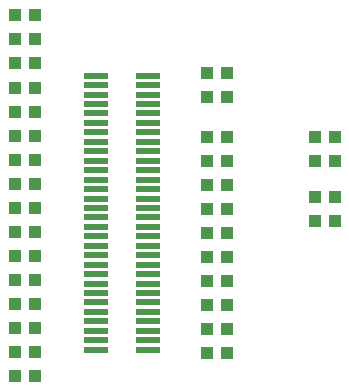
<source format=gbp>
G04*
G04 #@! TF.GenerationSoftware,Altium Limited,Altium Designer,19.0.15 (446)*
G04*
G04 Layer_Color=128*
%FSLAX43Y43*%
%MOMM*%
G71*
G01*
G75*
%ADD17R,1.100X1.000*%
%ADD42R,2.000X0.500*%
D17*
X30891Y34352D02*
D03*
X32591D02*
D03*
X32591Y46560D02*
D03*
X30891D02*
D03*
X32591Y44524D02*
D03*
X30891D02*
D03*
X32591Y42488D02*
D03*
X30891D02*
D03*
X32591Y40452D02*
D03*
X30891D02*
D03*
X48845Y32206D02*
D03*
X47145D02*
D03*
X48845Y26097D02*
D03*
X47145D02*
D03*
X57973Y37296D02*
D03*
X56273D02*
D03*
X57973Y39332D02*
D03*
X56273D02*
D03*
X57973Y42386D02*
D03*
X56273D02*
D03*
X57973Y44422D02*
D03*
X56273D02*
D03*
X48845Y40350D02*
D03*
X47145D02*
D03*
X48845Y42386D02*
D03*
X47145D02*
D03*
X48845Y44422D02*
D03*
X47145D02*
D03*
X48845Y34242D02*
D03*
X47145D02*
D03*
X48845Y36278D02*
D03*
X47145D02*
D03*
X48845Y38314D02*
D03*
X47145D02*
D03*
X48845Y49798D02*
D03*
X47145D02*
D03*
X48845Y47762D02*
D03*
X47145D02*
D03*
X48845Y30170D02*
D03*
X47145D02*
D03*
X48845Y28133D02*
D03*
X47145D02*
D03*
X32591Y30288D02*
D03*
X30891D02*
D03*
X32591Y28256D02*
D03*
X30891D02*
D03*
X32591Y26224D02*
D03*
X30891D02*
D03*
X32591Y24192D02*
D03*
X30891D02*
D03*
X32591Y54704D02*
D03*
X30891D02*
D03*
X32591Y52668D02*
D03*
X30891D02*
D03*
X32591Y50632D02*
D03*
X30891D02*
D03*
X32591Y48596D02*
D03*
X30891D02*
D03*
X32591Y32320D02*
D03*
X30891D02*
D03*
X32591Y38416D02*
D03*
X30891D02*
D03*
X32591Y36384D02*
D03*
X30891D02*
D03*
D42*
X42200Y49600D02*
D03*
X37800D02*
D03*
X42200Y48800D02*
D03*
X37800D02*
D03*
X42200Y48000D02*
D03*
X37800D02*
D03*
X42200Y47200D02*
D03*
X37800D02*
D03*
X42200Y46400D02*
D03*
X37800D02*
D03*
X42200Y45600D02*
D03*
X37800D02*
D03*
X42200Y44800D02*
D03*
X37800D02*
D03*
X42200Y44000D02*
D03*
X37800D02*
D03*
X42200Y43200D02*
D03*
X37800D02*
D03*
X42200Y42400D02*
D03*
X37800D02*
D03*
X42200Y41600D02*
D03*
X37800D02*
D03*
X42200Y40800D02*
D03*
X37800D02*
D03*
X42200Y40000D02*
D03*
X37800D02*
D03*
X42200Y39200D02*
D03*
X37800D02*
D03*
X42200Y38400D02*
D03*
X37800D02*
D03*
X42200Y37600D02*
D03*
X37800D02*
D03*
X42200Y36800D02*
D03*
X37800D02*
D03*
X42200Y36000D02*
D03*
X37800D02*
D03*
X42200Y35200D02*
D03*
X37800D02*
D03*
X42200Y34400D02*
D03*
X37800D02*
D03*
X42200Y33600D02*
D03*
X37800D02*
D03*
X42200Y32800D02*
D03*
X37800D02*
D03*
X42200Y32000D02*
D03*
X37800D02*
D03*
X42200Y31200D02*
D03*
X37800D02*
D03*
X42200Y30400D02*
D03*
X37800D02*
D03*
X42200Y29600D02*
D03*
X37800D02*
D03*
X42200Y28800D02*
D03*
X37800D02*
D03*
X42200Y28000D02*
D03*
X37800D02*
D03*
X42200Y27200D02*
D03*
X37800D02*
D03*
X42200Y26400D02*
D03*
X37800D02*
D03*
M02*

</source>
